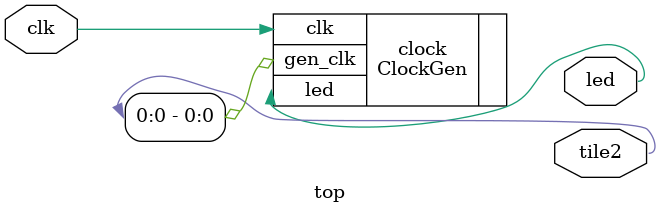
<source format=sv>

module top (
  input logic clk,
  output logic led,
  output logic [11:0] tile2
);
    
ClockGen clock (
  .clk(clk),
  .led(led),
  .gen_clk(tile2[0])
);
    
endmodule

</source>
